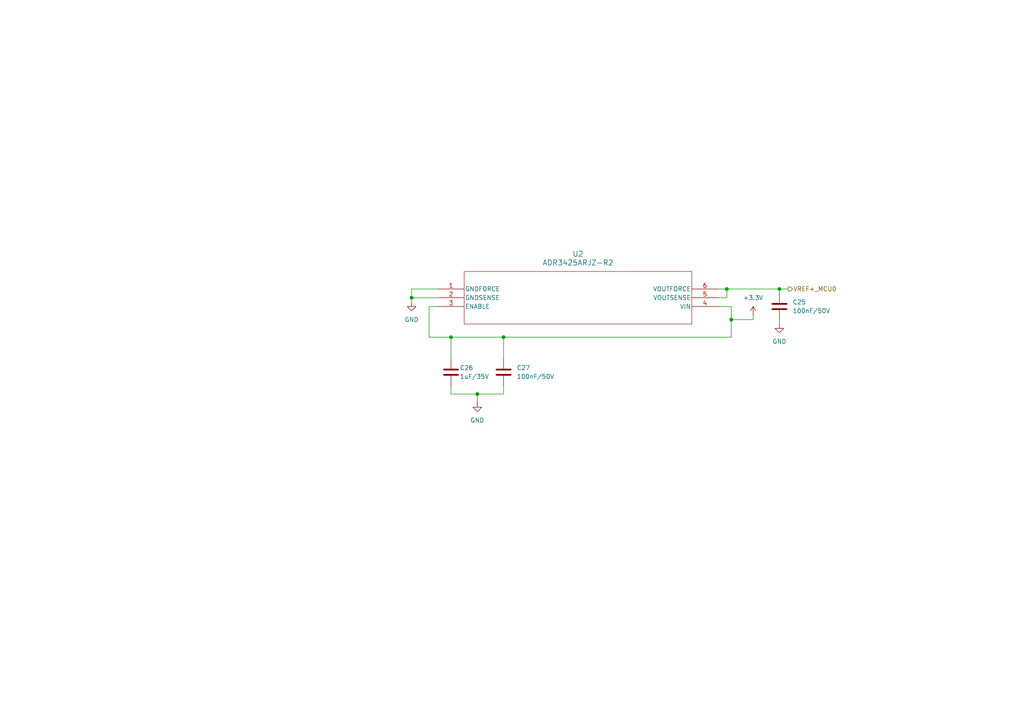
<source format=kicad_sch>
(kicad_sch (version 20230121) (generator eeschema)
  (paper "A4")
  (title_block (title "MCU0 ADC-reference") (date "2023-12-29") (rev "V1.0") (company "Valais Wallis Racing Team") (comment 1 "Bétrisey Mattia"))
  (lib_symbols
    (symbol "ADR3425ARJZ-R2:ADR3425ARJZ-R2" (pin_names (offset 0.254))
      (property "Reference" "U" (at 40.64 10.16 0))
      (property "Value" "ADR3425ARJZ-R2" (at 40.64 7.62 0))
      (symbol "ADR3425ARJZ-R2_0_1"
        (polyline (pts (xy 7.62 -10.16) (xy 73.66 -10.16)) (stroke (width 0.127)))
        (polyline (pts (xy 7.62 5.08) (xy 7.62 -10.16)) (stroke (width 0.127)))
        (polyline (pts (xy 73.66 -10.16) (xy 73.66 5.08)) (stroke (width 0.127)))
        (polyline (pts (xy 73.66 5.08) (xy 7.62 5.08)) (stroke (width 0.127)))
        (pin power_in line (at 0 0 0) (length 7.62) (name "GNDFORCE") (number "1"))
        (pin power_in line (at 0 -2.54 0) (length 7.62) (name "GNDSENSE") (number "2"))
        (pin unspecified line (at 0 -5.08 0) (length 7.62) (name "ENABLE") (number "3"))
        (pin input line (at 81.28 -5.08 180) (length 7.62) (name "VIN") (number "4"))
        (pin output line (at 81.28 -2.54 180) (length 7.62) (name "VOUTSENSE") (number "5"))
        (pin output line (at 81.28 0 180) (length 7.62) (name "VOUTFORCE") (number "6"))
      )
    )
    (symbol "Device:C" (pin_numbers hide) (pin_names (offset 0.254))
      (property "Reference" "C" (at 0.635 2.54 0))
      (property "Value" "C" (at 0.635 -2.54 0))
      (symbol "C_0_1"
        (polyline (pts (xy -2.032 -0.762) (xy 2.032 -0.762)) (stroke (width 0.508)))
        (polyline (pts (xy -2.032 0.762) (xy 2.032 0.762)) (stroke (width 0.508)))
      )
      (symbol "C_1_1"
        (pin passive line (at 0 3.81 270) (length 2.794) (name "~") (number "1"))
        (pin passive line (at 0 -3.81 90) (length 2.794) (name "~") (number "2"))
      )
    )
    (symbol "bmsPower_Symbols:+3V3_0" (power) (in_bom no) (on_board no)
      (property "Value" "+3V3_0" (at 0 3.302 0))
      (symbol "+3V3_0_0_1"
        (polyline (pts (xy -0.762 1.27) (xy 0 2.54)))
        (polyline (pts (xy 0 0) (xy 0 2.54)))
        (polyline (pts (xy 0 2.54) (xy 0.762 1.27)))
      )
      (symbol "+3V3_0_1_1"
        (pin power_in line (at 0 0 90) (length 0) hide (name "+3.3V") (number "1"))
      )
    )
    (symbol "bmsPower_Symbols:GND_0" (power) (in_bom no) (on_board no)
      (property "Value" "GND_0" (at 0 -4.064 0))
      (symbol "GND_0_0_1"
        (polyline (pts (xy 0 0) (xy 0 -1.27) (xy 1.27 -1.27) (xy 0 -2.54) (xy -1.27 -1.27) (xy 0 -1.27)))
      )
      (symbol "GND_0_1_1"
        (pin power_in line (at 0 0 270) (length 0) hide (name "GND") (number "1"))
      )
    )
  )
  (junction (at 212.09 92.71))
  (junction (at 146.05 97.79))
  (junction (at 119.38 86.36))
  (junction (at 210.82 83.82))
  (junction (at 226.06 83.82))
  (junction (at 130.81 97.79))
  (junction (at 138.43 114.3))
  (wire (pts (xy 146.05 111.76) (xy 146.05 114.3)))
  (wire (pts (xy 226.06 92.71) (xy 226.06 93.98)))
  (wire (pts (xy 130.81 114.3) (xy 138.43 114.3)))
  (wire (pts (xy 212.09 92.71) (xy 212.09 97.79)))
  (wire (pts (xy 210.82 83.82) (xy 210.82 86.36)))
  (wire (pts (xy 119.38 86.36) (xy 127 86.36)))
  (wire (pts (xy 119.38 83.82) (xy 127 83.82)))
  (wire (pts (xy 124.46 88.9) (xy 127 88.9)))
  (wire (pts (xy 124.46 97.79) (xy 130.81 97.79)))
  (wire (pts (xy 226.06 83.82) (xy 226.06 85.09)))
  (wire (pts (xy 138.43 114.3) (xy 146.05 114.3)))
  (wire (pts (xy 146.05 97.79) (xy 212.09 97.79)))
  (wire (pts (xy 210.82 83.82) (xy 226.06 83.82)))
  (wire (pts (xy 212.09 88.9) (xy 212.09 92.71)))
  (wire (pts (xy 212.09 92.71) (xy 218.44 92.71)))
  (wire (pts (xy 119.38 83.82) (xy 119.38 86.36)))
  (wire (pts (xy 130.81 97.79) (xy 146.05 97.79)))
  (wire (pts (xy 208.28 86.36) (xy 210.82 86.36)))
  (wire (pts (xy 130.81 111.76) (xy 130.81 114.3)))
  (wire (pts (xy 119.38 86.36) (xy 119.38 87.63)))
  (wire (pts (xy 130.81 97.79) (xy 130.81 104.14)))
  (wire (pts (xy 208.28 83.82) (xy 210.82 83.82)))
  (wire (pts (xy 138.43 114.3) (xy 138.43 116.84)))
  (wire (pts (xy 218.44 91.44) (xy 218.44 92.71)))
  (wire (pts (xy 146.05 97.79) (xy 146.05 104.14)))
  (wire (pts (xy 208.28 88.9) (xy 212.09 88.9)))
  (wire (pts (xy 226.06 83.82) (xy 228.6 83.82)))
  (wire (pts (xy 124.46 88.9) (xy 124.46 97.79)))
  (hierarchical_label "VREF+_MCU0" (shape output) (at 228.6 83.82 0))
  (symbol (lib_id "bmsPower_Symbols:GND_0") (at 138.43 116.84 0) (unit 1) (in_bom no) (on_board no)
    (property "Reference" "#PWR020" (effects hide))
    (property "Value" "GND_0" (at 138.43 121.92 0))
  )
  (symbol (lib_id "bmsPower_Symbols:GND_0") (at 119.38 87.63 0) (unit 1) (in_bom no) (on_board no)
    (property "Reference" "#PWR017" (effects hide))
    (property "Value" "GND_0" (at 119.38 92.71 0))
  )
  (symbol (lib_id "bmsPower_Symbols:GND_0") (at 226.06 93.98 0) (unit 1) (in_bom no) (on_board no)
    (property "Reference" "#PWR019" (effects hide))
    (property "Value" "GND_0" (at 226.06 99.06 0))
  )
  (symbol (lib_id "ADR3425ARJZ-R2:ADR3425ARJZ-R2") (at 127 83.82 0) (unit 1)
    (property "Reference" "U2" (at 167.64 73.66 0) (effects (font (size 1.524 1.524))))
    (property "Value" "ADR3425ARJZ-R2" (at 167.64 76.2 0) (effects (font (size 1.524 1.524))))
    (property "Footprint" "ADR3425ARJZ-R2:RJ_6_ADI" (effects hide))
    (property "Datasheet" "ADR3425ARJZ-R2" (effects hide))
  )
  (symbol (lib_id "Device:C") (at 226.06 88.9 0) (unit 1)
    (property "Reference" "C25" (at 229.87 87.63 0) (effects (justify left)))
    (property "Value" "100nF/50V" (at 229.87 90.17 0) (effects (justify left)))
    (property "Footprint" "Capacitor_SMD:C_0603_1608Metric" (effects hide))
  )
  (symbol (lib_id "Device:C") (at 130.81 107.95 0) (unit 1)
    (property "Reference" "C26" (at 133.35 106.68 0) (effects (justify left)))
    (property "Value" "1uF/35V" (at 133.35 109.22 0) (effects (justify left)))
    (property "Footprint" "Capacitor_SMD:C_0603_1608Metric" (effects hide))
  )
  (symbol (lib_id "bmsPower_Symbols:+3V3_0") (at 218.44 91.44 0) (unit 1) (in_bom no) (on_board no)
    (property "Reference" "#PWR018" (effects hide))
    (property "Value" "+3V3_0" (at 218.44 86.36 0))
  )
  (symbol (lib_id "Device:C") (at 146.05 107.95 0) (unit 1)
    (property "Reference" "C27" (at 149.86 106.68 0) (effects (justify left)))
    (property "Value" "100nF/50V" (at 149.86 109.22 0) (effects (justify left)))
    (property "Footprint" "Capacitor_SMD:C_0603_1608Metric" (effects hide))
  )
)
</source>
